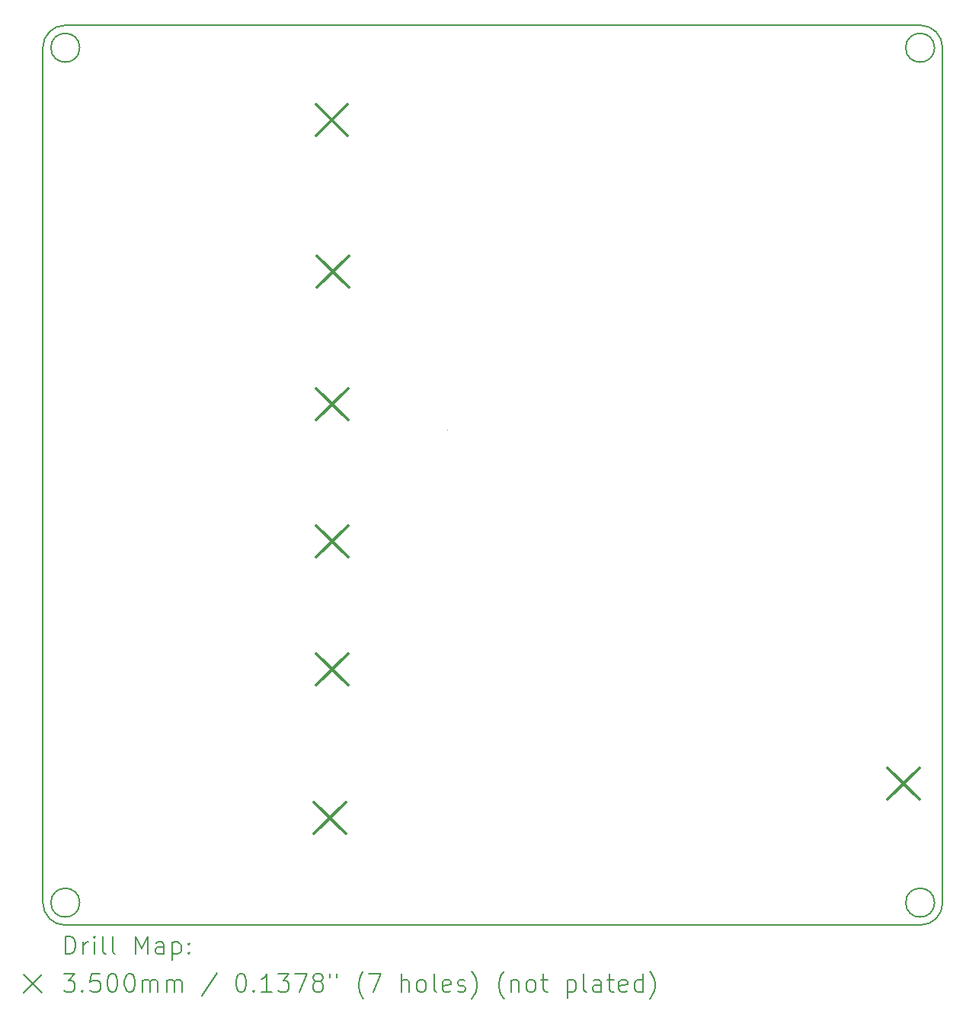
<source format=gbr>
%TF.GenerationSoftware,KiCad,Pcbnew,8.0.5*%
%TF.CreationDate,2024-12-03T17:15:42+01:00*%
%TF.ProjectId,ESC_drivers 1.4,4553435f-6472-4697-9665-727320312e34,rev?*%
%TF.SameCoordinates,Original*%
%TF.FileFunction,Drillmap*%
%TF.FilePolarity,Positive*%
%FSLAX45Y45*%
G04 Gerber Fmt 4.5, Leading zero omitted, Abs format (unit mm)*
G04 Created by KiCad (PCBNEW 8.0.5) date 2024-12-03 17:15:42*
%MOMM*%
%LPD*%
G01*
G04 APERTURE LIST*
%ADD10C,0.200000*%
%ADD11C,0.010050*%
%ADD12C,0.350000*%
G04 APERTURE END LIST*
D10*
X20374800Y-14630400D02*
G75*
G02*
X20054800Y-14630400I-160000J0D01*
G01*
X20054800Y-14630400D02*
G75*
G02*
X20374800Y-14630400I160000J0D01*
G01*
X10714800Y-14880400D02*
G75*
G02*
X10464800Y-14630400I0J250000D01*
G01*
X20464800Y-5130400D02*
X20464800Y-14630400D01*
X10714800Y-4880400D02*
X20214800Y-4880400D01*
X10874800Y-14630400D02*
G75*
G02*
X10554800Y-14630400I-160000J0D01*
G01*
X10554800Y-14630400D02*
G75*
G02*
X10874800Y-14630400I160000J0D01*
G01*
X10464800Y-5130400D02*
G75*
G02*
X10714800Y-4880400I250000J0D01*
G01*
X10464800Y-14630400D02*
X10464800Y-5130400D01*
X20464800Y-14630400D02*
G75*
G02*
X20214800Y-14880400I-250000J0D01*
G01*
X20214800Y-14880400D02*
X10714800Y-14880400D01*
X20214800Y-4880400D02*
G75*
G02*
X20464800Y-5130400I0J-250000D01*
G01*
X20374800Y-5130400D02*
G75*
G02*
X20054800Y-5130400I-160000J0D01*
G01*
X20054800Y-5130400D02*
G75*
G02*
X20374800Y-5130400I160000J0D01*
G01*
D11*
X14965302Y-9380400D02*
G75*
G02*
X14964297Y-9380400I-503J0D01*
G01*
X14964297Y-9380400D02*
G75*
G02*
X14965302Y-9380400I503J0D01*
G01*
D10*
X10874800Y-5130400D02*
G75*
G02*
X10554800Y-5130400I-160000J0D01*
G01*
X10554800Y-5130400D02*
G75*
G02*
X10874800Y-5130400I160000J0D01*
G01*
D12*
X13479800Y-13515600D02*
X13829800Y-13865600D01*
X13829800Y-13515600D02*
X13479800Y-13865600D01*
X13501955Y-5758608D02*
X13851955Y-6108608D01*
X13851955Y-5758608D02*
X13501955Y-6108608D01*
X13505200Y-8917549D02*
X13855200Y-9267549D01*
X13855200Y-8917549D02*
X13505200Y-9267549D01*
X13505200Y-10441549D02*
X13855200Y-10791549D01*
X13855200Y-10441549D02*
X13505200Y-10791549D01*
X13505200Y-11864600D02*
X13855200Y-12214600D01*
X13855200Y-11864600D02*
X13505200Y-12214600D01*
X13514905Y-7445000D02*
X13864905Y-7795000D01*
X13864905Y-7445000D02*
X13514905Y-7795000D01*
X19855200Y-13133949D02*
X20205200Y-13483949D01*
X20205200Y-13133949D02*
X19855200Y-13483949D01*
D10*
X10715577Y-15201884D02*
X10715577Y-15001884D01*
X10715577Y-15001884D02*
X10763196Y-15001884D01*
X10763196Y-15001884D02*
X10791767Y-15011408D01*
X10791767Y-15011408D02*
X10810815Y-15030455D01*
X10810815Y-15030455D02*
X10820339Y-15049503D01*
X10820339Y-15049503D02*
X10829863Y-15087598D01*
X10829863Y-15087598D02*
X10829863Y-15116170D01*
X10829863Y-15116170D02*
X10820339Y-15154265D01*
X10820339Y-15154265D02*
X10810815Y-15173312D01*
X10810815Y-15173312D02*
X10791767Y-15192360D01*
X10791767Y-15192360D02*
X10763196Y-15201884D01*
X10763196Y-15201884D02*
X10715577Y-15201884D01*
X10915577Y-15201884D02*
X10915577Y-15068550D01*
X10915577Y-15106646D02*
X10925101Y-15087598D01*
X10925101Y-15087598D02*
X10934624Y-15078074D01*
X10934624Y-15078074D02*
X10953672Y-15068550D01*
X10953672Y-15068550D02*
X10972720Y-15068550D01*
X11039386Y-15201884D02*
X11039386Y-15068550D01*
X11039386Y-15001884D02*
X11029863Y-15011408D01*
X11029863Y-15011408D02*
X11039386Y-15020931D01*
X11039386Y-15020931D02*
X11048910Y-15011408D01*
X11048910Y-15011408D02*
X11039386Y-15001884D01*
X11039386Y-15001884D02*
X11039386Y-15020931D01*
X11163196Y-15201884D02*
X11144148Y-15192360D01*
X11144148Y-15192360D02*
X11134624Y-15173312D01*
X11134624Y-15173312D02*
X11134624Y-15001884D01*
X11267958Y-15201884D02*
X11248910Y-15192360D01*
X11248910Y-15192360D02*
X11239386Y-15173312D01*
X11239386Y-15173312D02*
X11239386Y-15001884D01*
X11496529Y-15201884D02*
X11496529Y-15001884D01*
X11496529Y-15001884D02*
X11563196Y-15144741D01*
X11563196Y-15144741D02*
X11629862Y-15001884D01*
X11629862Y-15001884D02*
X11629862Y-15201884D01*
X11810815Y-15201884D02*
X11810815Y-15097122D01*
X11810815Y-15097122D02*
X11801291Y-15078074D01*
X11801291Y-15078074D02*
X11782243Y-15068550D01*
X11782243Y-15068550D02*
X11744148Y-15068550D01*
X11744148Y-15068550D02*
X11725101Y-15078074D01*
X11810815Y-15192360D02*
X11791767Y-15201884D01*
X11791767Y-15201884D02*
X11744148Y-15201884D01*
X11744148Y-15201884D02*
X11725101Y-15192360D01*
X11725101Y-15192360D02*
X11715577Y-15173312D01*
X11715577Y-15173312D02*
X11715577Y-15154265D01*
X11715577Y-15154265D02*
X11725101Y-15135217D01*
X11725101Y-15135217D02*
X11744148Y-15125693D01*
X11744148Y-15125693D02*
X11791767Y-15125693D01*
X11791767Y-15125693D02*
X11810815Y-15116170D01*
X11906053Y-15068550D02*
X11906053Y-15268550D01*
X11906053Y-15078074D02*
X11925101Y-15068550D01*
X11925101Y-15068550D02*
X11963196Y-15068550D01*
X11963196Y-15068550D02*
X11982243Y-15078074D01*
X11982243Y-15078074D02*
X11991767Y-15087598D01*
X11991767Y-15087598D02*
X12001291Y-15106646D01*
X12001291Y-15106646D02*
X12001291Y-15163789D01*
X12001291Y-15163789D02*
X11991767Y-15182836D01*
X11991767Y-15182836D02*
X11982243Y-15192360D01*
X11982243Y-15192360D02*
X11963196Y-15201884D01*
X11963196Y-15201884D02*
X11925101Y-15201884D01*
X11925101Y-15201884D02*
X11906053Y-15192360D01*
X12087005Y-15182836D02*
X12096529Y-15192360D01*
X12096529Y-15192360D02*
X12087005Y-15201884D01*
X12087005Y-15201884D02*
X12077482Y-15192360D01*
X12077482Y-15192360D02*
X12087005Y-15182836D01*
X12087005Y-15182836D02*
X12087005Y-15201884D01*
X12087005Y-15078074D02*
X12096529Y-15087598D01*
X12096529Y-15087598D02*
X12087005Y-15097122D01*
X12087005Y-15097122D02*
X12077482Y-15087598D01*
X12077482Y-15087598D02*
X12087005Y-15078074D01*
X12087005Y-15078074D02*
X12087005Y-15097122D01*
X10254800Y-15430400D02*
X10454800Y-15630400D01*
X10454800Y-15430400D02*
X10254800Y-15630400D01*
X10696529Y-15421884D02*
X10820339Y-15421884D01*
X10820339Y-15421884D02*
X10753672Y-15498074D01*
X10753672Y-15498074D02*
X10782244Y-15498074D01*
X10782244Y-15498074D02*
X10801291Y-15507598D01*
X10801291Y-15507598D02*
X10810815Y-15517122D01*
X10810815Y-15517122D02*
X10820339Y-15536170D01*
X10820339Y-15536170D02*
X10820339Y-15583789D01*
X10820339Y-15583789D02*
X10810815Y-15602836D01*
X10810815Y-15602836D02*
X10801291Y-15612360D01*
X10801291Y-15612360D02*
X10782244Y-15621884D01*
X10782244Y-15621884D02*
X10725101Y-15621884D01*
X10725101Y-15621884D02*
X10706053Y-15612360D01*
X10706053Y-15612360D02*
X10696529Y-15602836D01*
X10906053Y-15602836D02*
X10915577Y-15612360D01*
X10915577Y-15612360D02*
X10906053Y-15621884D01*
X10906053Y-15621884D02*
X10896529Y-15612360D01*
X10896529Y-15612360D02*
X10906053Y-15602836D01*
X10906053Y-15602836D02*
X10906053Y-15621884D01*
X11096529Y-15421884D02*
X11001291Y-15421884D01*
X11001291Y-15421884D02*
X10991767Y-15517122D01*
X10991767Y-15517122D02*
X11001291Y-15507598D01*
X11001291Y-15507598D02*
X11020339Y-15498074D01*
X11020339Y-15498074D02*
X11067958Y-15498074D01*
X11067958Y-15498074D02*
X11087005Y-15507598D01*
X11087005Y-15507598D02*
X11096529Y-15517122D01*
X11096529Y-15517122D02*
X11106053Y-15536170D01*
X11106053Y-15536170D02*
X11106053Y-15583789D01*
X11106053Y-15583789D02*
X11096529Y-15602836D01*
X11096529Y-15602836D02*
X11087005Y-15612360D01*
X11087005Y-15612360D02*
X11067958Y-15621884D01*
X11067958Y-15621884D02*
X11020339Y-15621884D01*
X11020339Y-15621884D02*
X11001291Y-15612360D01*
X11001291Y-15612360D02*
X10991767Y-15602836D01*
X11229862Y-15421884D02*
X11248910Y-15421884D01*
X11248910Y-15421884D02*
X11267958Y-15431408D01*
X11267958Y-15431408D02*
X11277482Y-15440931D01*
X11277482Y-15440931D02*
X11287005Y-15459979D01*
X11287005Y-15459979D02*
X11296529Y-15498074D01*
X11296529Y-15498074D02*
X11296529Y-15545693D01*
X11296529Y-15545693D02*
X11287005Y-15583789D01*
X11287005Y-15583789D02*
X11277482Y-15602836D01*
X11277482Y-15602836D02*
X11267958Y-15612360D01*
X11267958Y-15612360D02*
X11248910Y-15621884D01*
X11248910Y-15621884D02*
X11229862Y-15621884D01*
X11229862Y-15621884D02*
X11210815Y-15612360D01*
X11210815Y-15612360D02*
X11201291Y-15602836D01*
X11201291Y-15602836D02*
X11191767Y-15583789D01*
X11191767Y-15583789D02*
X11182244Y-15545693D01*
X11182244Y-15545693D02*
X11182244Y-15498074D01*
X11182244Y-15498074D02*
X11191767Y-15459979D01*
X11191767Y-15459979D02*
X11201291Y-15440931D01*
X11201291Y-15440931D02*
X11210815Y-15431408D01*
X11210815Y-15431408D02*
X11229862Y-15421884D01*
X11420339Y-15421884D02*
X11439386Y-15421884D01*
X11439386Y-15421884D02*
X11458434Y-15431408D01*
X11458434Y-15431408D02*
X11467958Y-15440931D01*
X11467958Y-15440931D02*
X11477482Y-15459979D01*
X11477482Y-15459979D02*
X11487005Y-15498074D01*
X11487005Y-15498074D02*
X11487005Y-15545693D01*
X11487005Y-15545693D02*
X11477482Y-15583789D01*
X11477482Y-15583789D02*
X11467958Y-15602836D01*
X11467958Y-15602836D02*
X11458434Y-15612360D01*
X11458434Y-15612360D02*
X11439386Y-15621884D01*
X11439386Y-15621884D02*
X11420339Y-15621884D01*
X11420339Y-15621884D02*
X11401291Y-15612360D01*
X11401291Y-15612360D02*
X11391767Y-15602836D01*
X11391767Y-15602836D02*
X11382243Y-15583789D01*
X11382243Y-15583789D02*
X11372720Y-15545693D01*
X11372720Y-15545693D02*
X11372720Y-15498074D01*
X11372720Y-15498074D02*
X11382243Y-15459979D01*
X11382243Y-15459979D02*
X11391767Y-15440931D01*
X11391767Y-15440931D02*
X11401291Y-15431408D01*
X11401291Y-15431408D02*
X11420339Y-15421884D01*
X11572720Y-15621884D02*
X11572720Y-15488550D01*
X11572720Y-15507598D02*
X11582243Y-15498074D01*
X11582243Y-15498074D02*
X11601291Y-15488550D01*
X11601291Y-15488550D02*
X11629863Y-15488550D01*
X11629863Y-15488550D02*
X11648910Y-15498074D01*
X11648910Y-15498074D02*
X11658434Y-15517122D01*
X11658434Y-15517122D02*
X11658434Y-15621884D01*
X11658434Y-15517122D02*
X11667958Y-15498074D01*
X11667958Y-15498074D02*
X11687005Y-15488550D01*
X11687005Y-15488550D02*
X11715577Y-15488550D01*
X11715577Y-15488550D02*
X11734624Y-15498074D01*
X11734624Y-15498074D02*
X11744148Y-15517122D01*
X11744148Y-15517122D02*
X11744148Y-15621884D01*
X11839386Y-15621884D02*
X11839386Y-15488550D01*
X11839386Y-15507598D02*
X11848910Y-15498074D01*
X11848910Y-15498074D02*
X11867958Y-15488550D01*
X11867958Y-15488550D02*
X11896529Y-15488550D01*
X11896529Y-15488550D02*
X11915577Y-15498074D01*
X11915577Y-15498074D02*
X11925101Y-15517122D01*
X11925101Y-15517122D02*
X11925101Y-15621884D01*
X11925101Y-15517122D02*
X11934624Y-15498074D01*
X11934624Y-15498074D02*
X11953672Y-15488550D01*
X11953672Y-15488550D02*
X11982243Y-15488550D01*
X11982243Y-15488550D02*
X12001291Y-15498074D01*
X12001291Y-15498074D02*
X12010815Y-15517122D01*
X12010815Y-15517122D02*
X12010815Y-15621884D01*
X12401291Y-15412360D02*
X12229863Y-15669503D01*
X12658434Y-15421884D02*
X12677482Y-15421884D01*
X12677482Y-15421884D02*
X12696529Y-15431408D01*
X12696529Y-15431408D02*
X12706053Y-15440931D01*
X12706053Y-15440931D02*
X12715577Y-15459979D01*
X12715577Y-15459979D02*
X12725101Y-15498074D01*
X12725101Y-15498074D02*
X12725101Y-15545693D01*
X12725101Y-15545693D02*
X12715577Y-15583789D01*
X12715577Y-15583789D02*
X12706053Y-15602836D01*
X12706053Y-15602836D02*
X12696529Y-15612360D01*
X12696529Y-15612360D02*
X12677482Y-15621884D01*
X12677482Y-15621884D02*
X12658434Y-15621884D01*
X12658434Y-15621884D02*
X12639386Y-15612360D01*
X12639386Y-15612360D02*
X12629863Y-15602836D01*
X12629863Y-15602836D02*
X12620339Y-15583789D01*
X12620339Y-15583789D02*
X12610815Y-15545693D01*
X12610815Y-15545693D02*
X12610815Y-15498074D01*
X12610815Y-15498074D02*
X12620339Y-15459979D01*
X12620339Y-15459979D02*
X12629863Y-15440931D01*
X12629863Y-15440931D02*
X12639386Y-15431408D01*
X12639386Y-15431408D02*
X12658434Y-15421884D01*
X12810815Y-15602836D02*
X12820339Y-15612360D01*
X12820339Y-15612360D02*
X12810815Y-15621884D01*
X12810815Y-15621884D02*
X12801291Y-15612360D01*
X12801291Y-15612360D02*
X12810815Y-15602836D01*
X12810815Y-15602836D02*
X12810815Y-15621884D01*
X13010815Y-15621884D02*
X12896529Y-15621884D01*
X12953672Y-15621884D02*
X12953672Y-15421884D01*
X12953672Y-15421884D02*
X12934625Y-15450455D01*
X12934625Y-15450455D02*
X12915577Y-15469503D01*
X12915577Y-15469503D02*
X12896529Y-15479027D01*
X13077482Y-15421884D02*
X13201291Y-15421884D01*
X13201291Y-15421884D02*
X13134625Y-15498074D01*
X13134625Y-15498074D02*
X13163196Y-15498074D01*
X13163196Y-15498074D02*
X13182244Y-15507598D01*
X13182244Y-15507598D02*
X13191767Y-15517122D01*
X13191767Y-15517122D02*
X13201291Y-15536170D01*
X13201291Y-15536170D02*
X13201291Y-15583789D01*
X13201291Y-15583789D02*
X13191767Y-15602836D01*
X13191767Y-15602836D02*
X13182244Y-15612360D01*
X13182244Y-15612360D02*
X13163196Y-15621884D01*
X13163196Y-15621884D02*
X13106053Y-15621884D01*
X13106053Y-15621884D02*
X13087006Y-15612360D01*
X13087006Y-15612360D02*
X13077482Y-15602836D01*
X13267958Y-15421884D02*
X13401291Y-15421884D01*
X13401291Y-15421884D02*
X13315577Y-15621884D01*
X13506053Y-15507598D02*
X13487006Y-15498074D01*
X13487006Y-15498074D02*
X13477482Y-15488550D01*
X13477482Y-15488550D02*
X13467958Y-15469503D01*
X13467958Y-15469503D02*
X13467958Y-15459979D01*
X13467958Y-15459979D02*
X13477482Y-15440931D01*
X13477482Y-15440931D02*
X13487006Y-15431408D01*
X13487006Y-15431408D02*
X13506053Y-15421884D01*
X13506053Y-15421884D02*
X13544148Y-15421884D01*
X13544148Y-15421884D02*
X13563196Y-15431408D01*
X13563196Y-15431408D02*
X13572720Y-15440931D01*
X13572720Y-15440931D02*
X13582244Y-15459979D01*
X13582244Y-15459979D02*
X13582244Y-15469503D01*
X13582244Y-15469503D02*
X13572720Y-15488550D01*
X13572720Y-15488550D02*
X13563196Y-15498074D01*
X13563196Y-15498074D02*
X13544148Y-15507598D01*
X13544148Y-15507598D02*
X13506053Y-15507598D01*
X13506053Y-15507598D02*
X13487006Y-15517122D01*
X13487006Y-15517122D02*
X13477482Y-15526646D01*
X13477482Y-15526646D02*
X13467958Y-15545693D01*
X13467958Y-15545693D02*
X13467958Y-15583789D01*
X13467958Y-15583789D02*
X13477482Y-15602836D01*
X13477482Y-15602836D02*
X13487006Y-15612360D01*
X13487006Y-15612360D02*
X13506053Y-15621884D01*
X13506053Y-15621884D02*
X13544148Y-15621884D01*
X13544148Y-15621884D02*
X13563196Y-15612360D01*
X13563196Y-15612360D02*
X13572720Y-15602836D01*
X13572720Y-15602836D02*
X13582244Y-15583789D01*
X13582244Y-15583789D02*
X13582244Y-15545693D01*
X13582244Y-15545693D02*
X13572720Y-15526646D01*
X13572720Y-15526646D02*
X13563196Y-15517122D01*
X13563196Y-15517122D02*
X13544148Y-15507598D01*
X13658434Y-15421884D02*
X13658434Y-15459979D01*
X13734625Y-15421884D02*
X13734625Y-15459979D01*
X14029863Y-15698074D02*
X14020339Y-15688550D01*
X14020339Y-15688550D02*
X14001291Y-15659979D01*
X14001291Y-15659979D02*
X13991768Y-15640931D01*
X13991768Y-15640931D02*
X13982244Y-15612360D01*
X13982244Y-15612360D02*
X13972720Y-15564741D01*
X13972720Y-15564741D02*
X13972720Y-15526646D01*
X13972720Y-15526646D02*
X13982244Y-15479027D01*
X13982244Y-15479027D02*
X13991768Y-15450455D01*
X13991768Y-15450455D02*
X14001291Y-15431408D01*
X14001291Y-15431408D02*
X14020339Y-15402836D01*
X14020339Y-15402836D02*
X14029863Y-15393312D01*
X14087006Y-15421884D02*
X14220339Y-15421884D01*
X14220339Y-15421884D02*
X14134625Y-15621884D01*
X14448910Y-15621884D02*
X14448910Y-15421884D01*
X14534625Y-15621884D02*
X14534625Y-15517122D01*
X14534625Y-15517122D02*
X14525101Y-15498074D01*
X14525101Y-15498074D02*
X14506053Y-15488550D01*
X14506053Y-15488550D02*
X14477482Y-15488550D01*
X14477482Y-15488550D02*
X14458434Y-15498074D01*
X14458434Y-15498074D02*
X14448910Y-15507598D01*
X14658434Y-15621884D02*
X14639387Y-15612360D01*
X14639387Y-15612360D02*
X14629863Y-15602836D01*
X14629863Y-15602836D02*
X14620339Y-15583789D01*
X14620339Y-15583789D02*
X14620339Y-15526646D01*
X14620339Y-15526646D02*
X14629863Y-15507598D01*
X14629863Y-15507598D02*
X14639387Y-15498074D01*
X14639387Y-15498074D02*
X14658434Y-15488550D01*
X14658434Y-15488550D02*
X14687006Y-15488550D01*
X14687006Y-15488550D02*
X14706053Y-15498074D01*
X14706053Y-15498074D02*
X14715577Y-15507598D01*
X14715577Y-15507598D02*
X14725101Y-15526646D01*
X14725101Y-15526646D02*
X14725101Y-15583789D01*
X14725101Y-15583789D02*
X14715577Y-15602836D01*
X14715577Y-15602836D02*
X14706053Y-15612360D01*
X14706053Y-15612360D02*
X14687006Y-15621884D01*
X14687006Y-15621884D02*
X14658434Y-15621884D01*
X14839387Y-15621884D02*
X14820339Y-15612360D01*
X14820339Y-15612360D02*
X14810815Y-15593312D01*
X14810815Y-15593312D02*
X14810815Y-15421884D01*
X14991768Y-15612360D02*
X14972720Y-15621884D01*
X14972720Y-15621884D02*
X14934625Y-15621884D01*
X14934625Y-15621884D02*
X14915577Y-15612360D01*
X14915577Y-15612360D02*
X14906053Y-15593312D01*
X14906053Y-15593312D02*
X14906053Y-15517122D01*
X14906053Y-15517122D02*
X14915577Y-15498074D01*
X14915577Y-15498074D02*
X14934625Y-15488550D01*
X14934625Y-15488550D02*
X14972720Y-15488550D01*
X14972720Y-15488550D02*
X14991768Y-15498074D01*
X14991768Y-15498074D02*
X15001291Y-15517122D01*
X15001291Y-15517122D02*
X15001291Y-15536170D01*
X15001291Y-15536170D02*
X14906053Y-15555217D01*
X15077482Y-15612360D02*
X15096530Y-15621884D01*
X15096530Y-15621884D02*
X15134625Y-15621884D01*
X15134625Y-15621884D02*
X15153672Y-15612360D01*
X15153672Y-15612360D02*
X15163196Y-15593312D01*
X15163196Y-15593312D02*
X15163196Y-15583789D01*
X15163196Y-15583789D02*
X15153672Y-15564741D01*
X15153672Y-15564741D02*
X15134625Y-15555217D01*
X15134625Y-15555217D02*
X15106053Y-15555217D01*
X15106053Y-15555217D02*
X15087006Y-15545693D01*
X15087006Y-15545693D02*
X15077482Y-15526646D01*
X15077482Y-15526646D02*
X15077482Y-15517122D01*
X15077482Y-15517122D02*
X15087006Y-15498074D01*
X15087006Y-15498074D02*
X15106053Y-15488550D01*
X15106053Y-15488550D02*
X15134625Y-15488550D01*
X15134625Y-15488550D02*
X15153672Y-15498074D01*
X15229863Y-15698074D02*
X15239387Y-15688550D01*
X15239387Y-15688550D02*
X15258434Y-15659979D01*
X15258434Y-15659979D02*
X15267958Y-15640931D01*
X15267958Y-15640931D02*
X15277482Y-15612360D01*
X15277482Y-15612360D02*
X15287006Y-15564741D01*
X15287006Y-15564741D02*
X15287006Y-15526646D01*
X15287006Y-15526646D02*
X15277482Y-15479027D01*
X15277482Y-15479027D02*
X15267958Y-15450455D01*
X15267958Y-15450455D02*
X15258434Y-15431408D01*
X15258434Y-15431408D02*
X15239387Y-15402836D01*
X15239387Y-15402836D02*
X15229863Y-15393312D01*
X15591768Y-15698074D02*
X15582244Y-15688550D01*
X15582244Y-15688550D02*
X15563196Y-15659979D01*
X15563196Y-15659979D02*
X15553672Y-15640931D01*
X15553672Y-15640931D02*
X15544149Y-15612360D01*
X15544149Y-15612360D02*
X15534625Y-15564741D01*
X15534625Y-15564741D02*
X15534625Y-15526646D01*
X15534625Y-15526646D02*
X15544149Y-15479027D01*
X15544149Y-15479027D02*
X15553672Y-15450455D01*
X15553672Y-15450455D02*
X15563196Y-15431408D01*
X15563196Y-15431408D02*
X15582244Y-15402836D01*
X15582244Y-15402836D02*
X15591768Y-15393312D01*
X15667958Y-15488550D02*
X15667958Y-15621884D01*
X15667958Y-15507598D02*
X15677482Y-15498074D01*
X15677482Y-15498074D02*
X15696530Y-15488550D01*
X15696530Y-15488550D02*
X15725101Y-15488550D01*
X15725101Y-15488550D02*
X15744149Y-15498074D01*
X15744149Y-15498074D02*
X15753672Y-15517122D01*
X15753672Y-15517122D02*
X15753672Y-15621884D01*
X15877482Y-15621884D02*
X15858434Y-15612360D01*
X15858434Y-15612360D02*
X15848911Y-15602836D01*
X15848911Y-15602836D02*
X15839387Y-15583789D01*
X15839387Y-15583789D02*
X15839387Y-15526646D01*
X15839387Y-15526646D02*
X15848911Y-15507598D01*
X15848911Y-15507598D02*
X15858434Y-15498074D01*
X15858434Y-15498074D02*
X15877482Y-15488550D01*
X15877482Y-15488550D02*
X15906053Y-15488550D01*
X15906053Y-15488550D02*
X15925101Y-15498074D01*
X15925101Y-15498074D02*
X15934625Y-15507598D01*
X15934625Y-15507598D02*
X15944149Y-15526646D01*
X15944149Y-15526646D02*
X15944149Y-15583789D01*
X15944149Y-15583789D02*
X15934625Y-15602836D01*
X15934625Y-15602836D02*
X15925101Y-15612360D01*
X15925101Y-15612360D02*
X15906053Y-15621884D01*
X15906053Y-15621884D02*
X15877482Y-15621884D01*
X16001292Y-15488550D02*
X16077482Y-15488550D01*
X16029863Y-15421884D02*
X16029863Y-15593312D01*
X16029863Y-15593312D02*
X16039387Y-15612360D01*
X16039387Y-15612360D02*
X16058434Y-15621884D01*
X16058434Y-15621884D02*
X16077482Y-15621884D01*
X16296530Y-15488550D02*
X16296530Y-15688550D01*
X16296530Y-15498074D02*
X16315577Y-15488550D01*
X16315577Y-15488550D02*
X16353673Y-15488550D01*
X16353673Y-15488550D02*
X16372720Y-15498074D01*
X16372720Y-15498074D02*
X16382244Y-15507598D01*
X16382244Y-15507598D02*
X16391768Y-15526646D01*
X16391768Y-15526646D02*
X16391768Y-15583789D01*
X16391768Y-15583789D02*
X16382244Y-15602836D01*
X16382244Y-15602836D02*
X16372720Y-15612360D01*
X16372720Y-15612360D02*
X16353673Y-15621884D01*
X16353673Y-15621884D02*
X16315577Y-15621884D01*
X16315577Y-15621884D02*
X16296530Y-15612360D01*
X16506053Y-15621884D02*
X16487006Y-15612360D01*
X16487006Y-15612360D02*
X16477482Y-15593312D01*
X16477482Y-15593312D02*
X16477482Y-15421884D01*
X16667958Y-15621884D02*
X16667958Y-15517122D01*
X16667958Y-15517122D02*
X16658434Y-15498074D01*
X16658434Y-15498074D02*
X16639387Y-15488550D01*
X16639387Y-15488550D02*
X16601292Y-15488550D01*
X16601292Y-15488550D02*
X16582244Y-15498074D01*
X16667958Y-15612360D02*
X16648911Y-15621884D01*
X16648911Y-15621884D02*
X16601292Y-15621884D01*
X16601292Y-15621884D02*
X16582244Y-15612360D01*
X16582244Y-15612360D02*
X16572720Y-15593312D01*
X16572720Y-15593312D02*
X16572720Y-15574265D01*
X16572720Y-15574265D02*
X16582244Y-15555217D01*
X16582244Y-15555217D02*
X16601292Y-15545693D01*
X16601292Y-15545693D02*
X16648911Y-15545693D01*
X16648911Y-15545693D02*
X16667958Y-15536170D01*
X16734625Y-15488550D02*
X16810815Y-15488550D01*
X16763196Y-15421884D02*
X16763196Y-15593312D01*
X16763196Y-15593312D02*
X16772720Y-15612360D01*
X16772720Y-15612360D02*
X16791768Y-15621884D01*
X16791768Y-15621884D02*
X16810815Y-15621884D01*
X16953673Y-15612360D02*
X16934625Y-15621884D01*
X16934625Y-15621884D02*
X16896530Y-15621884D01*
X16896530Y-15621884D02*
X16877482Y-15612360D01*
X16877482Y-15612360D02*
X16867958Y-15593312D01*
X16867958Y-15593312D02*
X16867958Y-15517122D01*
X16867958Y-15517122D02*
X16877482Y-15498074D01*
X16877482Y-15498074D02*
X16896530Y-15488550D01*
X16896530Y-15488550D02*
X16934625Y-15488550D01*
X16934625Y-15488550D02*
X16953673Y-15498074D01*
X16953673Y-15498074D02*
X16963196Y-15517122D01*
X16963196Y-15517122D02*
X16963196Y-15536170D01*
X16963196Y-15536170D02*
X16867958Y-15555217D01*
X17134625Y-15621884D02*
X17134625Y-15421884D01*
X17134625Y-15612360D02*
X17115577Y-15621884D01*
X17115577Y-15621884D02*
X17077482Y-15621884D01*
X17077482Y-15621884D02*
X17058435Y-15612360D01*
X17058435Y-15612360D02*
X17048911Y-15602836D01*
X17048911Y-15602836D02*
X17039387Y-15583789D01*
X17039387Y-15583789D02*
X17039387Y-15526646D01*
X17039387Y-15526646D02*
X17048911Y-15507598D01*
X17048911Y-15507598D02*
X17058435Y-15498074D01*
X17058435Y-15498074D02*
X17077482Y-15488550D01*
X17077482Y-15488550D02*
X17115577Y-15488550D01*
X17115577Y-15488550D02*
X17134625Y-15498074D01*
X17210816Y-15698074D02*
X17220339Y-15688550D01*
X17220339Y-15688550D02*
X17239387Y-15659979D01*
X17239387Y-15659979D02*
X17248911Y-15640931D01*
X17248911Y-15640931D02*
X17258435Y-15612360D01*
X17258435Y-15612360D02*
X17267958Y-15564741D01*
X17267958Y-15564741D02*
X17267958Y-15526646D01*
X17267958Y-15526646D02*
X17258435Y-15479027D01*
X17258435Y-15479027D02*
X17248911Y-15450455D01*
X17248911Y-15450455D02*
X17239387Y-15431408D01*
X17239387Y-15431408D02*
X17220339Y-15402836D01*
X17220339Y-15402836D02*
X17210816Y-15393312D01*
M02*

</source>
